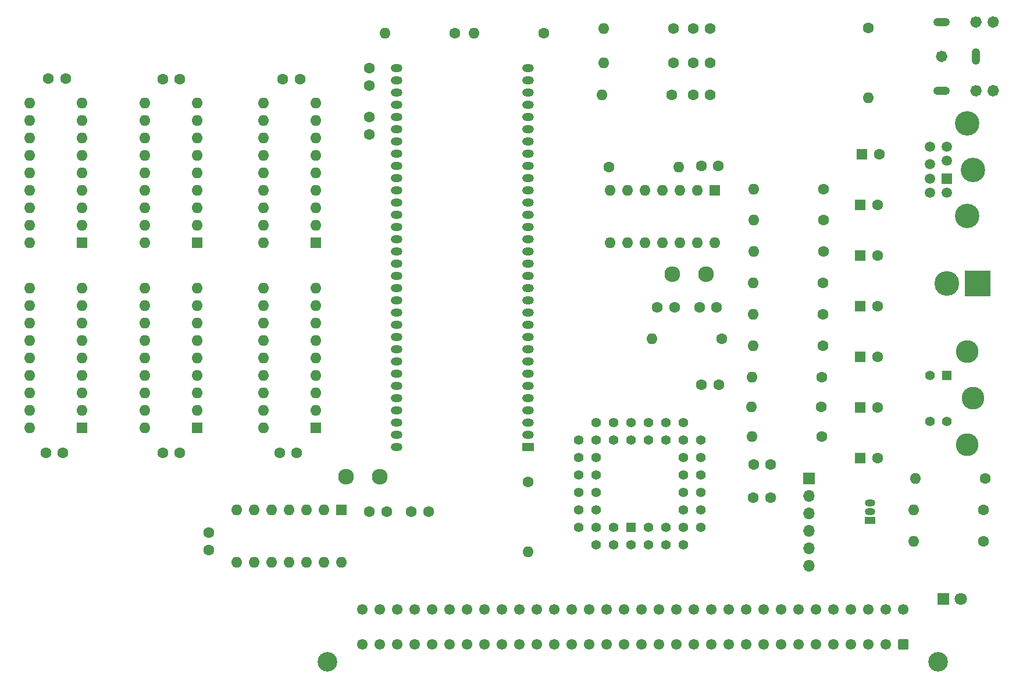
<source format=gbs>
G04 #@! TF.GenerationSoftware,KiCad,Pcbnew,(5.1.10)-1*
G04 #@! TF.CreationDate,2021-07-30T10:33:10+01:00*
G04 #@! TF.ProjectId,GfxV9958,47667856-3939-4353-982e-6b696361645f,rev?*
G04 #@! TF.SameCoordinates,Original*
G04 #@! TF.FileFunction,Soldermask,Bot*
G04 #@! TF.FilePolarity,Negative*
%FSLAX46Y46*%
G04 Gerber Fmt 4.6, Leading zero omitted, Abs format (unit mm)*
G04 Created by KiCad (PCBNEW (5.1.10)-1) date 2021-07-30 10:33:10*
%MOMM*%
%LPD*%
G01*
G04 APERTURE LIST*
%ADD10C,0.854000*%
%ADD11C,2.300000*%
%ADD12C,1.600000*%
%ADD13O,1.600000X1.600000*%
%ADD14C,1.422400*%
%ADD15R,1.422400X1.422400*%
%ADD16C,1.200000*%
%ADD17O,2.416000X1.208000*%
%ADD18O,1.208000X2.416000*%
%ADD19O,1.700000X1.700000*%
%ADD20R,1.700000X1.700000*%
%ADD21R,1.700000X1.200000*%
%ADD22O,1.700000X1.200000*%
%ADD23R,1.600000X1.600000*%
%ADD24R,1.500000X1.050000*%
%ADD25O,1.500000X1.050000*%
%ADD26C,3.555000*%
%ADD27C,1.509000*%
%ADD28R,1.509000X1.509000*%
%ADD29C,3.600000*%
%ADD30R,3.765000X3.765000*%
%ADD31C,3.306000*%
%ADD32C,1.398000*%
%ADD33R,1.398000X1.398000*%
%ADD34C,1.550000*%
%ADD35C,2.850000*%
%ADD36C,1.800000*%
%ADD37R,1.800000X1.800000*%
G04 APERTURE END LIST*
D10*
X198677000Y-54250000D02*
G75*
G03*
X198677000Y-54250000I-427000J0D01*
G01*
X196177000Y-54250000D02*
G75*
G03*
X196177000Y-54250000I-427000J0D01*
G01*
X198677000Y-64250000D02*
G75*
G03*
X198677000Y-64250000I-427000J0D01*
G01*
X196177000Y-64250000D02*
G75*
G03*
X196177000Y-64250000I-427000J0D01*
G01*
X191177000Y-59250000D02*
G75*
G03*
X191177000Y-59250000I-427000J0D01*
G01*
D11*
X156464000Y-90932000D03*
X151564000Y-90932000D03*
D12*
X149352000Y-95758000D03*
X151852000Y-95758000D03*
X155488000Y-95758000D03*
X157988000Y-95758000D03*
D13*
X148590000Y-100330000D03*
D12*
X158750000Y-100330000D03*
D14*
X137922000Y-127736600D03*
X137922000Y-125196600D03*
X137922000Y-122656600D03*
X137922000Y-120116600D03*
X137922000Y-117576600D03*
X140462000Y-130276600D03*
X140462000Y-125196600D03*
X140462000Y-122656600D03*
X140462000Y-120116600D03*
X140462000Y-117576600D03*
X140462000Y-115036600D03*
X140462000Y-112496600D03*
X143002000Y-112496600D03*
X145542000Y-112496600D03*
X148082000Y-112496600D03*
X150622000Y-112496600D03*
X153162000Y-112496600D03*
X137922000Y-115036600D03*
X143002000Y-115036600D03*
X145542000Y-115036600D03*
X148082000Y-115036600D03*
X150622000Y-115036600D03*
X153162000Y-115036600D03*
X155702000Y-115036600D03*
X155702000Y-117576600D03*
X155702000Y-120116600D03*
X155702000Y-122656600D03*
X155702000Y-125196600D03*
X155702000Y-127736600D03*
X153162000Y-117576600D03*
X153162000Y-120116600D03*
X153162000Y-122656600D03*
X153162000Y-125196600D03*
X153162000Y-127736600D03*
X143002000Y-130276600D03*
X145542000Y-130276600D03*
X153162000Y-130276600D03*
X150622000Y-130276600D03*
X148082000Y-130276600D03*
X140462000Y-127736600D03*
X143002000Y-127736600D03*
X150622000Y-127736600D03*
X148082000Y-127736600D03*
D15*
X145542000Y-127736600D03*
D11*
X108966000Y-120396000D03*
X104066000Y-120396000D03*
D12*
X154548200Y-60198000D03*
X157048200Y-60198000D03*
D16*
X198250000Y-64250000D03*
X198250000Y-54250000D03*
X195750000Y-54250000D03*
X195750000Y-64250000D03*
X190750000Y-59250000D03*
D17*
X190750000Y-64250000D03*
X190750000Y-54250000D03*
D18*
X195750000Y-59250000D03*
D19*
X171450000Y-133350000D03*
X171450000Y-130810000D03*
X171450000Y-128270000D03*
X171450000Y-125730000D03*
X171450000Y-123190000D03*
D20*
X171450000Y-120650000D03*
D21*
X130530600Y-116104000D03*
D22*
X130530600Y-114324000D03*
X130530600Y-112544000D03*
X130530600Y-110764000D03*
X130530600Y-108984000D03*
X130530600Y-107204000D03*
X130530600Y-105424000D03*
X130530600Y-103644000D03*
X130530600Y-101864000D03*
X130530600Y-100084000D03*
X130530600Y-98304000D03*
X130530600Y-96524000D03*
X130530600Y-94744000D03*
X130530600Y-92964000D03*
X130530600Y-91184000D03*
X130530600Y-89404000D03*
X130530600Y-87624000D03*
X130530600Y-85844000D03*
X130530600Y-84064000D03*
X130530600Y-82284000D03*
X130530600Y-80504000D03*
X130530600Y-78724000D03*
X130530600Y-76944000D03*
X130530600Y-75164000D03*
X130530600Y-73384000D03*
X130530600Y-71604000D03*
X130530600Y-69824000D03*
X130530600Y-68044000D03*
X130530600Y-66264000D03*
X130530600Y-64484000D03*
X130530600Y-62704000D03*
X130530600Y-60924000D03*
X111429800Y-60924000D03*
X111429800Y-62704000D03*
X111429800Y-64484000D03*
X111429800Y-66264000D03*
X111429800Y-68044000D03*
X111429800Y-69824000D03*
X111429800Y-71604000D03*
X111429800Y-73384000D03*
X111429800Y-75164000D03*
X111429800Y-76944000D03*
X111429800Y-78724000D03*
X111429800Y-80504000D03*
X111429800Y-82284000D03*
X111429800Y-84064000D03*
X111429800Y-85844000D03*
X111429800Y-87624000D03*
X111429800Y-89404000D03*
X111429800Y-91184000D03*
X111429800Y-92964000D03*
X111429800Y-94744000D03*
X111429800Y-96524000D03*
X111429800Y-98304000D03*
X111429800Y-100084000D03*
X111429800Y-101864000D03*
X111429800Y-103644000D03*
X111429800Y-105424000D03*
X111429800Y-107204000D03*
X111429800Y-108984000D03*
X111429800Y-110764000D03*
X111429800Y-112544000D03*
X111429800Y-114324000D03*
X111429800Y-116104000D03*
D13*
X58013600Y-86360000D03*
X65633600Y-66040000D03*
X58013600Y-83820000D03*
X65633600Y-68580000D03*
X58013600Y-81280000D03*
X65633600Y-71120000D03*
X58013600Y-78740000D03*
X65633600Y-73660000D03*
X58013600Y-76200000D03*
X65633600Y-76200000D03*
X58013600Y-73660000D03*
X65633600Y-78740000D03*
X58013600Y-71120000D03*
X65633600Y-81280000D03*
X58013600Y-68580000D03*
X65633600Y-83820000D03*
X58013600Y-66040000D03*
D23*
X65633600Y-86360000D03*
D13*
X74777600Y-86360000D03*
X82397600Y-66040000D03*
X74777600Y-83820000D03*
X82397600Y-68580000D03*
X74777600Y-81280000D03*
X82397600Y-71120000D03*
X74777600Y-78740000D03*
X82397600Y-73660000D03*
X74777600Y-76200000D03*
X82397600Y-76200000D03*
X74777600Y-73660000D03*
X82397600Y-78740000D03*
X74777600Y-71120000D03*
X82397600Y-81280000D03*
X74777600Y-68580000D03*
X82397600Y-83820000D03*
X74777600Y-66040000D03*
D23*
X82397600Y-86360000D03*
D13*
X92049600Y-86360000D03*
X99669600Y-66040000D03*
X92049600Y-83820000D03*
X99669600Y-68580000D03*
X92049600Y-81280000D03*
X99669600Y-71120000D03*
X92049600Y-78740000D03*
X99669600Y-73660000D03*
X92049600Y-76200000D03*
X99669600Y-76200000D03*
X92049600Y-73660000D03*
X99669600Y-78740000D03*
X92049600Y-71120000D03*
X99669600Y-81280000D03*
X92049600Y-68580000D03*
X99669600Y-83820000D03*
X92049600Y-66040000D03*
D23*
X99669600Y-86360000D03*
D13*
X58013600Y-113284000D03*
X65633600Y-92964000D03*
X58013600Y-110744000D03*
X65633600Y-95504000D03*
X58013600Y-108204000D03*
X65633600Y-98044000D03*
X58013600Y-105664000D03*
X65633600Y-100584000D03*
X58013600Y-103124000D03*
X65633600Y-103124000D03*
X58013600Y-100584000D03*
X65633600Y-105664000D03*
X58013600Y-98044000D03*
X65633600Y-108204000D03*
X58013600Y-95504000D03*
X65633600Y-110744000D03*
X58013600Y-92964000D03*
D23*
X65633600Y-113284000D03*
D13*
X74777600Y-113284000D03*
X82397600Y-92964000D03*
X74777600Y-110744000D03*
X82397600Y-95504000D03*
X74777600Y-108204000D03*
X82397600Y-98044000D03*
X74777600Y-105664000D03*
X82397600Y-100584000D03*
X74777600Y-103124000D03*
X82397600Y-103124000D03*
X74777600Y-100584000D03*
X82397600Y-105664000D03*
X74777600Y-98044000D03*
X82397600Y-108204000D03*
X74777600Y-95504000D03*
X82397600Y-110744000D03*
X74777600Y-92964000D03*
D23*
X82397600Y-113284000D03*
D13*
X92049600Y-113284000D03*
X99669600Y-92964000D03*
X92049600Y-110744000D03*
X99669600Y-95504000D03*
X92049600Y-108204000D03*
X99669600Y-98044000D03*
X92049600Y-105664000D03*
X99669600Y-100584000D03*
X92049600Y-103124000D03*
X99669600Y-103124000D03*
X92049600Y-100584000D03*
X99669600Y-105664000D03*
X92049600Y-98044000D03*
X99669600Y-108204000D03*
X92049600Y-95504000D03*
X99669600Y-110744000D03*
X92049600Y-92964000D03*
D23*
X99669600Y-113284000D03*
D13*
X157734000Y-86360000D03*
X142494000Y-78740000D03*
X155194000Y-86360000D03*
X145034000Y-78740000D03*
X152654000Y-86360000D03*
X147574000Y-78740000D03*
X150114000Y-86360000D03*
X150114000Y-78740000D03*
X147574000Y-86360000D03*
X152654000Y-78740000D03*
X145034000Y-86360000D03*
X155194000Y-78740000D03*
X142494000Y-86360000D03*
D23*
X157734000Y-78740000D03*
D13*
X103378000Y-132842000D03*
X88138000Y-125222000D03*
X100838000Y-132842000D03*
X90678000Y-125222000D03*
X98298000Y-132842000D03*
X93218000Y-125222000D03*
X95758000Y-132842000D03*
X95758000Y-125222000D03*
X93218000Y-132842000D03*
X98298000Y-125222000D03*
X90678000Y-132842000D03*
X100838000Y-125222000D03*
X88138000Y-132842000D03*
D23*
X103378000Y-125222000D03*
D13*
X109728000Y-55880000D03*
D12*
X119888000Y-55880000D03*
D13*
X130556000Y-131318000D03*
D12*
X130556000Y-121158000D03*
D13*
X122682000Y-55880000D03*
D12*
X132842000Y-55880000D03*
D13*
X186944000Y-120650000D03*
D12*
X197104000Y-120650000D03*
D13*
X163169600Y-114554000D03*
D12*
X173329600Y-114554000D03*
D13*
X186690000Y-125222000D03*
D12*
X196850000Y-125222000D03*
D13*
X163322000Y-96774000D03*
D12*
X173482000Y-96774000D03*
D13*
X163169600Y-105918000D03*
D12*
X173329600Y-105918000D03*
D13*
X163322000Y-101346000D03*
D12*
X173482000Y-101346000D03*
D13*
X163322000Y-92202000D03*
D12*
X173482000Y-92202000D03*
D13*
X163423600Y-87630000D03*
D12*
X173583600Y-87630000D03*
D13*
X163423600Y-83058000D03*
D12*
X173583600Y-83058000D03*
D13*
X163423600Y-78536800D03*
D12*
X173583600Y-78536800D03*
D13*
X180086000Y-65278000D03*
D12*
X180086000Y-55118000D03*
D13*
X152501600Y-75387200D03*
D12*
X142341600Y-75387200D03*
D13*
X163068000Y-110236000D03*
D12*
X173228000Y-110236000D03*
D13*
X141554200Y-55219600D03*
D12*
X151714200Y-55219600D03*
D13*
X141554200Y-60198000D03*
D12*
X151714200Y-60198000D03*
D13*
X141300200Y-64871600D03*
D12*
X151460200Y-64871600D03*
D13*
X186690000Y-129794000D03*
D12*
X196850000Y-129794000D03*
D24*
X180340000Y-126746000D03*
D25*
X180340000Y-124206000D03*
X180340000Y-125476000D03*
D26*
X194500000Y-82500000D03*
X195310000Y-75740000D03*
X194500000Y-68980000D03*
D27*
X189010000Y-72390000D03*
X189010000Y-74930000D03*
X189010000Y-79090000D03*
X191500000Y-72390000D03*
X189010000Y-77040000D03*
X191500000Y-79090000D03*
X191500000Y-74440000D03*
D28*
X191500000Y-77040000D03*
D29*
X191500000Y-92250000D03*
D30*
X196000000Y-92250000D03*
D31*
X194500000Y-102230000D03*
X194500000Y-115750000D03*
X195310000Y-108990000D03*
D32*
X189010000Y-112340000D03*
X191500000Y-112340000D03*
X189010000Y-105640000D03*
D33*
X191500000Y-105640000D03*
D34*
X106426000Y-139700000D03*
X108966000Y-139700000D03*
X111506000Y-139700000D03*
X114046000Y-139700000D03*
X116586000Y-139700000D03*
X119126000Y-139700000D03*
X121666000Y-139700000D03*
X124206000Y-139700000D03*
X126746000Y-139700000D03*
X129286000Y-139700000D03*
X131826000Y-139700000D03*
X134366000Y-139700000D03*
X136906000Y-139700000D03*
X139446000Y-139700000D03*
X141986000Y-139700000D03*
X144526000Y-139700000D03*
X147066000Y-139700000D03*
X149606000Y-139700000D03*
X152146000Y-139700000D03*
X154686000Y-139700000D03*
X157226000Y-139700000D03*
X159766000Y-139700000D03*
X162306000Y-139700000D03*
X164846000Y-139700000D03*
X167386000Y-139700000D03*
X169926000Y-139700000D03*
X172466000Y-139700000D03*
X175006000Y-139700000D03*
X177546000Y-139700000D03*
X180086000Y-139700000D03*
X182626000Y-139700000D03*
X185166000Y-139700000D03*
X106426000Y-144780000D03*
X108966000Y-144780000D03*
X111506000Y-144780000D03*
X114046000Y-144780000D03*
X116586000Y-144780000D03*
X119126000Y-144780000D03*
X121666000Y-144780000D03*
X124206000Y-144780000D03*
X126746000Y-144780000D03*
X129286000Y-144780000D03*
X131826000Y-144780000D03*
X134366000Y-144780000D03*
X136906000Y-144780000D03*
X139446000Y-144780000D03*
X141986000Y-144780000D03*
X144526000Y-144780000D03*
X147066000Y-144780000D03*
X149606000Y-144780000D03*
X152146000Y-144780000D03*
X154686000Y-144780000D03*
X157226000Y-144780000D03*
X159766000Y-144780000D03*
X162306000Y-144780000D03*
X164846000Y-144780000D03*
X167386000Y-144780000D03*
X169926000Y-144780000D03*
X172466000Y-144780000D03*
X175006000Y-144780000D03*
X177546000Y-144780000D03*
X180086000Y-144780000D03*
X182626000Y-144780000D03*
G36*
G01*
X185941000Y-144254999D02*
X185941000Y-145305001D01*
G75*
G02*
X185691001Y-145555000I-249999J0D01*
G01*
X184640999Y-145555000D01*
G75*
G02*
X184391000Y-145305001I0J249999D01*
G01*
X184391000Y-144254999D01*
G75*
G02*
X184640999Y-144005000I249999J0D01*
G01*
X185691001Y-144005000D01*
G75*
G02*
X185941000Y-144254999I0J-249999D01*
G01*
G37*
D35*
X101346000Y-147320000D03*
X190246000Y-147320000D03*
D36*
X193548000Y-138176000D03*
D37*
X191008000Y-138176000D03*
D12*
X107450000Y-61000000D03*
X107450000Y-63500000D03*
X79857600Y-62534800D03*
X77357600Y-62534800D03*
X60339600Y-116890800D03*
X62839600Y-116890800D03*
X116038000Y-125476000D03*
X113538000Y-125476000D03*
X109942000Y-125476000D03*
X107442000Y-125476000D03*
X94375600Y-116890800D03*
X96875600Y-116890800D03*
X77357600Y-116890800D03*
X79857600Y-116890800D03*
X63206000Y-62484000D03*
X60706000Y-62484000D03*
X97343600Y-62534800D03*
X94843600Y-62534800D03*
X107391200Y-68112000D03*
X107391200Y-70612000D03*
X181417600Y-117652800D03*
D23*
X178917600Y-117652800D03*
D12*
X181417600Y-110286800D03*
D23*
X178917600Y-110286800D03*
D12*
X181417600Y-102920800D03*
D23*
X178917600Y-102920800D03*
D12*
X181417600Y-95554800D03*
D23*
X178917600Y-95554800D03*
D12*
X181417600Y-88188800D03*
D23*
X178917600Y-88188800D03*
D12*
X181417600Y-80822800D03*
D23*
X178917600Y-80822800D03*
D12*
X181671600Y-73456800D03*
D23*
X179171600Y-73456800D03*
D12*
X158242000Y-75184000D03*
X155742000Y-75184000D03*
X163362000Y-118618000D03*
X165862000Y-118618000D03*
X154548200Y-64871600D03*
X157048200Y-64871600D03*
X154548200Y-55219600D03*
X157048200Y-55219600D03*
X158303600Y-107035600D03*
X155803600Y-107035600D03*
X84074000Y-128564000D03*
X84074000Y-131064000D03*
X163322000Y-123444000D03*
X165822000Y-123444000D03*
M02*

</source>
